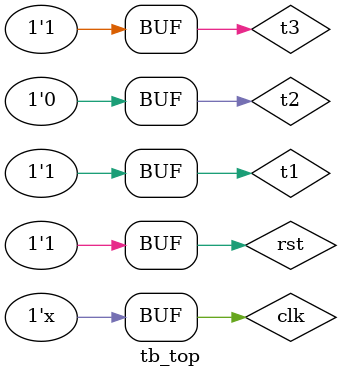
<source format=v>
`timescale 1ns / 1ps


module tb_top;

	// Inputs
	reg t1;
	reg t2;
	reg t3;
	reg clk;
	reg rst;

	// Outputs
	wire ff2;

	// Instantiate the Unit Under Test (UUT)
	top uut (
		.t1(t1), 
		.t2(t2), 
		.t3(t3), 
		.clk(clk), 
		.rst(rst), 
		.ff2(ff2)
	);

	initial begin
		// Initialize Inputs
		t1 = 0;
		t2 = 0;
		t3 = 0;
		clk = 0;
		rst = 0;

		// Wait 100 ns for global reset to finish
		#100;
        
		// Add stimulus here
		rst=1;
		clk=0;
		t1=1;
		t2=0;
		t3=1;

	end
      
	initial clk=0;
	always #10 clk=~clk;
	
endmodule


</source>
